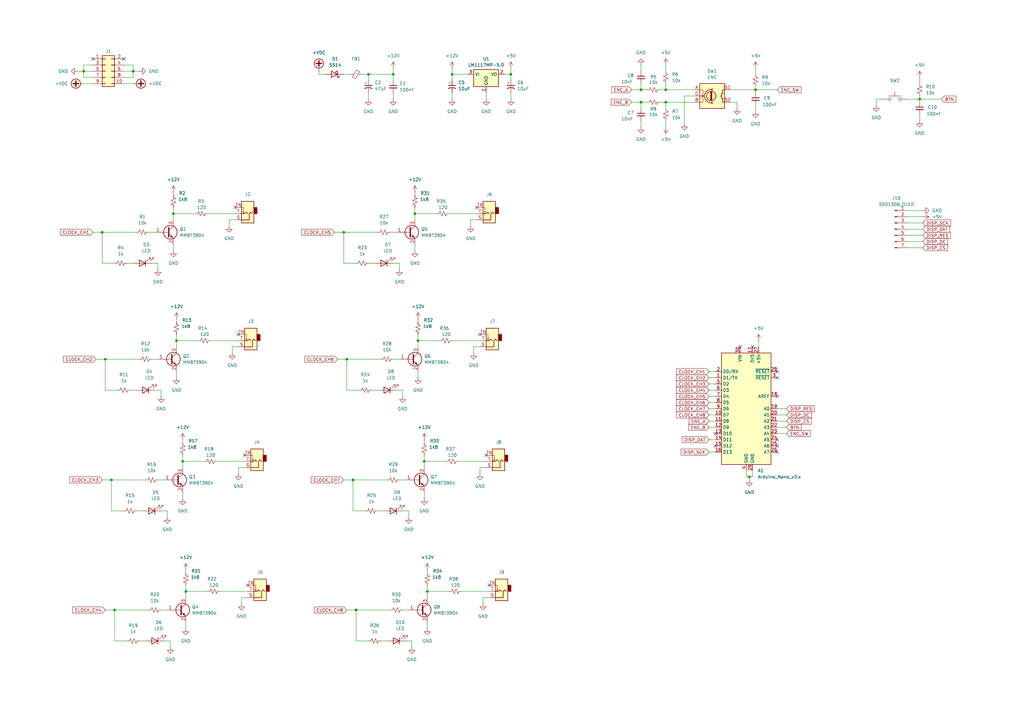
<source format=kicad_sch>
(kicad_sch (version 20250114) (generator "eeschema") (generator_version "9.0")
  (paper "A3")
  (junction (at 175.26 242.57))
  (junction (at 151.13 30.48))
  (junction (at 185.42 30.48))
  (junction (at 273.05 41.91))
  (junction (at 72.39 139.7))
  (junction (at 171.45 139.7))
  (junction (at 54.61 29.21))
  (junction (at 46.99 250.19))
  (junction (at 144.78 196.85))
  (junction (at 146.05 250.19))
  (junction (at 45.72 196.85))
  (junction (at 43.18 147.32))
  (junction (at 262.89 41.91))
  (junction (at 71.12 87.63))
  (junction (at 161.29 30.48))
  (junction (at 262.89 36.83))
  (junction (at 142.24 147.32))
  (junction (at 209.55 30.48))
  (junction (at 170.18 87.63))
  (junction (at 173.99 189.23))
  (junction (at 76.2 242.57))
  (junction (at 377.19 40.64))
  (junction (at 74.93 189.23))
  (junction (at 273.05 36.83))
  (junction (at 41.91 95.25))
  (junction (at 307.34 195.58))
  (junction (at 309.88 36.83))
  (junction (at 140.97 95.25))
  (junction (at 34.29 29.21))
  (no_connect (at 50.8 24.13))
  (no_connect (at 293.37 177.8))
  (no_connect (at 100.33 186.69))
  (no_connect (at 196.85 137.16))
  (no_connect (at 96.52 85.09))
  (no_connect (at 318.77 180.34))
  (no_connect (at 293.37 182.88))
  (no_connect (at 308.61 142.24))
  (no_connect (at 195.58 85.09))
  (no_connect (at 318.77 162.56))
  (no_connect (at 199.39 186.69))
  (no_connect (at 101.6 240.03))
  (no_connect (at 318.77 185.42))
  (no_connect (at 303.53 142.24))
  (no_connect (at 38.1 24.13))
  (no_connect (at 97.79 137.16))
  (no_connect (at 318.77 152.4))
  (no_connect (at 200.66 240.03))
  (no_connect (at 318.77 182.88))
  (no_connect (at 318.77 154.94))
  (wire (pts (xy 54.61 29.21) (xy 57.15 29.21)))
  (wire (pts (xy 161.29 147.32) (xy 163.83 147.32)))
  (wire (pts (xy 280.67 39.37) (xy 280.67 50.8)))
  (wire (pts (xy 170.18 85.09) (xy 170.18 87.63)))
  (wire (pts (xy 74.93 180.34) (xy 74.93 181.61)))
  (wire (pts (xy 185.42 27.94) (xy 185.42 30.48)))
  (wire (pts (xy 55.88 209.55) (xy 58.42 209.55)))
  (wire (pts (xy 76.2 255.27) (xy 76.2 257.81)))
  (wire (pts (xy 377.19 31.75) (xy 377.19 34.29)))
  (wire (pts (xy 165.1 250.19) (xy 167.64 250.19)))
  (wire (pts (xy 372.11 99.06) (xy 378.46 99.06)))
  (wire (pts (xy 184.15 87.63) (xy 195.58 87.63)))
  (wire (pts (xy 48.26 160.02) (xy 43.18 160.02)))
  (wire (pts (xy 359.41 40.64) (xy 359.41 43.18)))
  (wire (pts (xy 46.99 107.95) (xy 41.91 107.95)))
  (wire (pts (xy 209.55 38.1) (xy 209.55 40.64)))
  (wire (pts (xy 39.37 147.32) (xy 43.18 147.32)))
  (wire (pts (xy 170.18 100.33) (xy 170.18 102.87)))
  (wire (pts (xy 163.83 196.85) (xy 166.37 196.85)))
  (wire (pts (xy 259.08 36.83) (xy 262.89 36.83)))
  (wire (pts (xy 209.55 27.94) (xy 209.55 30.48)))
  (wire (pts (xy 50.8 29.21) (xy 54.61 29.21)))
  (wire (pts (xy 185.42 30.48) (xy 191.77 30.48)))
  (wire (pts (xy 100.33 191.77) (xy 97.79 191.77)))
  (wire (pts (xy 72.39 139.7) (xy 81.28 139.7)))
  (wire (pts (xy 290.83 180.34) (xy 293.37 180.34)))
  (wire (pts (xy 54.61 29.21) (xy 54.61 31.75)))
  (wire (pts (xy 71.12 85.09) (xy 71.12 87.63)))
  (wire (pts (xy 273.05 41.91) (xy 273.05 44.45)))
  (wire (pts (xy 270.51 36.83) (xy 273.05 36.83)))
  (wire (pts (xy 151.13 107.95) (xy 153.67 107.95)))
  (wire (pts (xy 161.29 107.95) (xy 163.83 107.95)))
  (wire (pts (xy 309.88 43.18) (xy 309.88 45.72)))
  (wire (pts (xy 290.83 162.56) (xy 293.37 162.56)))
  (wire (pts (xy 199.39 191.77) (xy 196.85 191.77)))
  (wire (pts (xy 43.18 250.19) (xy 46.99 250.19)))
  (wire (pts (xy 200.66 245.11) (xy 198.12 245.11)))
  (wire (pts (xy 170.18 78.74) (xy 170.18 80.01)))
  (wire (pts (xy 162.56 160.02) (xy 165.1 160.02)))
  (wire (pts (xy 165.1 160.02) (xy 165.1 162.56)))
  (wire (pts (xy 161.29 30.48) (xy 161.29 33.02)))
  (wire (pts (xy 306.07 195.58) (xy 307.34 195.58)))
  (wire (pts (xy 151.13 30.48) (xy 151.13 33.02)))
  (wire (pts (xy 322.58 170.18) (xy 318.77 170.18)))
  (wire (pts (xy 156.21 262.89) (xy 158.75 262.89)))
  (wire (pts (xy 140.97 107.95) (xy 140.97 95.25)))
  (wire (pts (xy 97.79 191.77) (xy 97.79 194.31)))
  (wire (pts (xy 171.45 137.16) (xy 171.45 139.7)))
  (wire (pts (xy 142.24 250.19) (xy 146.05 250.19)))
  (wire (pts (xy 161.29 38.1) (xy 161.29 40.64)))
  (wire (pts (xy 377.19 39.37) (xy 377.19 40.64)))
  (wire (pts (xy 96.52 90.17) (xy 93.98 90.17)))
  (wire (pts (xy 43.18 160.02) (xy 43.18 147.32)))
  (wire (pts (xy 299.72 36.83) (xy 309.88 36.83)))
  (wire (pts (xy 198.12 245.11) (xy 198.12 247.65)))
  (wire (pts (xy 31.75 29.21) (xy 34.29 29.21)))
  (wire (pts (xy 148.59 30.48) (xy 151.13 30.48)))
  (wire (pts (xy 142.24 147.32) (xy 156.21 147.32)))
  (wire (pts (xy 322.58 177.8) (xy 318.77 177.8)))
  (wire (pts (xy 185.42 139.7) (xy 196.85 139.7)))
  (wire (pts (xy 90.17 242.57) (xy 101.6 242.57)))
  (wire (pts (xy 66.04 209.55) (xy 68.58 209.55)))
  (wire (pts (xy 76.2 240.03) (xy 76.2 242.57)))
  (wire (pts (xy 34.29 34.29) (xy 38.1 34.29)))
  (wire (pts (xy 146.05 250.19) (xy 160.02 250.19)))
  (wire (pts (xy 93.98 90.17) (xy 93.98 92.71)))
  (wire (pts (xy 372.11 91.44) (xy 378.46 91.44)))
  (wire (pts (xy 72.39 137.16) (xy 72.39 139.7)))
  (wire (pts (xy 175.26 233.68) (xy 175.26 234.95)))
  (wire (pts (xy 165.1 209.55) (xy 167.64 209.55)))
  (wire (pts (xy 69.85 262.89) (xy 69.85 265.43)))
  (wire (pts (xy 34.29 31.75) (xy 38.1 31.75)))
  (wire (pts (xy 67.31 262.89) (xy 69.85 262.89)))
  (wire (pts (xy 199.39 38.1) (xy 199.39 40.64)))
  (wire (pts (xy 88.9 189.23) (xy 100.33 189.23)))
  (wire (pts (xy 144.78 209.55) (xy 144.78 196.85)))
  (wire (pts (xy 290.83 154.94) (xy 293.37 154.94)))
  (wire (pts (xy 372.11 86.36) (xy 378.46 86.36)))
  (wire (pts (xy 168.91 262.89) (xy 168.91 265.43)))
  (wire (pts (xy 273.05 36.83) (xy 284.48 36.83)))
  (wire (pts (xy 167.64 209.55) (xy 167.64 212.09)))
  (wire (pts (xy 372.11 93.98) (xy 378.46 93.98)))
  (wire (pts (xy 95.25 142.24) (xy 95.25 144.78)))
  (wire (pts (xy 144.78 196.85) (xy 158.75 196.85)))
  (wire (pts (xy 185.42 38.1) (xy 185.42 40.64)))
  (wire (pts (xy 76.2 242.57) (xy 76.2 245.11)))
  (wire (pts (xy 130.81 30.48) (xy 133.35 30.48)))
  (wire (pts (xy 74.93 201.93) (xy 74.93 204.47)))
  (wire (pts (xy 161.29 27.94) (xy 161.29 30.48)))
  (wire (pts (xy 175.26 242.57) (xy 184.15 242.57)))
  (wire (pts (xy 170.18 87.63) (xy 179.07 87.63)))
  (wire (pts (xy 302.26 41.91) (xy 302.26 44.45)))
  (wire (pts (xy 308.61 193.04) (xy 308.61 195.58)))
  (wire (pts (xy 259.08 41.91) (xy 262.89 41.91)))
  (wire (pts (xy 290.83 170.18) (xy 293.37 170.18)))
  (wire (pts (xy 152.4 160.02) (xy 154.94 160.02)))
  (wire (pts (xy 151.13 38.1) (xy 151.13 40.64)))
  (wire (pts (xy 309.88 36.83) (xy 309.88 38.1)))
  (wire (pts (xy 76.2 242.57) (xy 85.09 242.57)))
  (wire (pts (xy 140.97 30.48) (xy 143.51 30.48)))
  (wire (pts (xy 72.39 152.4) (xy 72.39 154.94)))
  (wire (pts (xy 209.55 30.48) (xy 209.55 33.02)))
  (wire (pts (xy 137.16 95.25) (xy 140.97 95.25)))
  (wire (pts (xy 101.6 245.11) (xy 99.06 245.11)))
  (wire (pts (xy 151.13 30.48) (xy 161.29 30.48)))
  (wire (pts (xy 372.11 88.9) (xy 378.46 88.9)))
  (wire (pts (xy 290.83 185.42) (xy 293.37 185.42)))
  (wire (pts (xy 166.37 262.89) (xy 168.91 262.89)))
  (wire (pts (xy 311.15 139.7) (xy 311.15 142.24)))
  (wire (pts (xy 196.85 191.77) (xy 196.85 194.31)))
  (wire (pts (xy 57.15 262.89) (xy 59.69 262.89)))
  (wire (pts (xy 377.19 40.64) (xy 377.19 41.91)))
  (wire (pts (xy 76.2 233.68) (xy 76.2 234.95)))
  (wire (pts (xy 207.01 30.48) (xy 209.55 30.48)))
  (wire (pts (xy 154.94 209.55) (xy 157.48 209.55)))
  (wire (pts (xy 147.32 160.02) (xy 142.24 160.02)))
  (wire (pts (xy 290.83 175.26) (xy 293.37 175.26)))
  (wire (pts (xy 50.8 26.67) (xy 54.61 26.67)))
  (wire (pts (xy 160.02 95.25) (xy 162.56 95.25)))
  (wire (pts (xy 273.05 49.53) (xy 273.05 52.07)))
  (wire (pts (xy 50.8 34.29) (xy 54.61 34.29)))
  (wire (pts (xy 45.72 209.55) (xy 45.72 196.85)))
  (wire (pts (xy 262.89 34.29) (xy 262.89 36.83)))
  (wire (pts (xy 68.58 209.55) (xy 68.58 212.09)))
  (wire (pts (xy 273.05 41.91) (xy 284.48 41.91)))
  (wire (pts (xy 299.72 41.91) (xy 302.26 41.91)))
  (wire (pts (xy 284.48 39.37) (xy 280.67 39.37)))
  (wire (pts (xy 377.19 46.99) (xy 377.19 49.53)))
  (wire (pts (xy 66.04 160.02) (xy 66.04 162.56)))
  (wire (pts (xy 262.89 36.83) (xy 265.43 36.83)))
  (wire (pts (xy 41.91 107.95) (xy 41.91 95.25)))
  (wire (pts (xy 46.99 250.19) (xy 60.96 250.19)))
  (wire (pts (xy 290.83 152.4) (xy 293.37 152.4)))
  (wire (pts (xy 270.51 41.91) (xy 273.05 41.91)))
  (wire (pts (xy 265.43 41.91) (xy 262.89 41.91)))
  (wire (pts (xy 309.88 36.83) (xy 318.77 36.83)))
  (wire (pts (xy 142.24 160.02) (xy 142.24 147.32)))
  (wire (pts (xy 130.81 29.21) (xy 130.81 30.48)))
  (wire (pts (xy 34.29 26.67) (xy 34.29 29.21)))
  (wire (pts (xy 309.88 35.56) (xy 309.88 36.83)))
  (wire (pts (xy 262.89 26.67) (xy 262.89 29.21)))
  (wire (pts (xy 173.99 201.93) (xy 173.99 204.47)))
  (wire (pts (xy 171.45 139.7) (xy 171.45 142.24)))
  (wire (pts (xy 74.93 186.69) (xy 74.93 189.23)))
  (wire (pts (xy 85.09 87.63) (xy 96.52 87.63)))
  (wire (pts (xy 34.29 29.21) (xy 34.29 31.75)))
  (wire (pts (xy 146.05 107.95) (xy 140.97 107.95)))
  (wire (pts (xy 149.86 209.55) (xy 144.78 209.55)))
  (wire (pts (xy 146.05 262.89) (xy 146.05 250.19)))
  (wire (pts (xy 171.45 130.81) (xy 171.45 132.08)))
  (wire (pts (xy 290.83 165.1) (xy 293.37 165.1)))
  (wire (pts (xy 151.13 262.89) (xy 146.05 262.89)))
  (wire (pts (xy 193.04 90.17) (xy 193.04 92.71)))
  (wire (pts (xy 307.34 196.85) (xy 307.34 195.58)))
  (wire (pts (xy 41.91 196.85) (xy 45.72 196.85)))
  (wire (pts (xy 196.85 142.24) (xy 194.31 142.24)))
  (wire (pts (xy 97.79 142.24) (xy 95.25 142.24)))
  (wire (pts (xy 372.11 40.64) (xy 377.19 40.64)))
  (wire (pts (xy 309.88 27.94) (xy 309.88 30.48)))
  (wire (pts (xy 63.5 160.02) (xy 66.04 160.02)))
  (wire (pts (xy 175.26 255.27) (xy 175.26 257.81)))
  (wire (pts (xy 187.96 189.23) (xy 199.39 189.23)))
  (wire (pts (xy 41.91 95.25) (xy 55.88 95.25)))
  (wire (pts (xy 43.18 147.32) (xy 57.15 147.32)))
  (wire (pts (xy 52.07 262.89) (xy 46.99 262.89)))
  (wire (pts (xy 189.23 242.57) (xy 200.66 242.57)))
  (wire (pts (xy 290.83 160.02) (xy 293.37 160.02)))
  (wire (pts (xy 173.99 189.23) (xy 173.99 191.77)))
  (wire (pts (xy 290.83 167.64) (xy 293.37 167.64)))
  (wire (pts (xy 60.96 95.25) (xy 63.5 95.25)))
  (wire (pts (xy 140.97 196.85) (xy 144.78 196.85)))
  (wire (pts (xy 194.31 142.24) (xy 194.31 144.78)))
  (wire (pts (xy 308.61 195.58) (xy 307.34 195.58)))
  (wire (pts (xy 71.12 78.74) (xy 71.12 80.01)))
  (wire (pts (xy 273.05 34.29) (xy 273.05 36.83)))
  (wire (pts (xy 322.58 175.26) (xy 318.77 175.26)))
  (wire (pts (xy 64.77 196.85) (xy 67.31 196.85)))
  (wire (pts (xy 175.26 242.57) (xy 175.26 245.11)))
  (wire (pts (xy 38.1 26.67) (xy 34.29 26.67)))
  (wire (pts (xy 71.12 87.63) (xy 80.01 87.63)))
  (wire (pts (xy 262.89 41.91) (xy 262.89 44.45)))
  (wire (pts (xy 53.34 160.02) (xy 55.88 160.02)))
  (wire (pts (xy 163.83 107.95) (xy 163.83 110.49)))
  (wire (pts (xy 99.06 245.11) (xy 99.06 247.65)))
  (wire (pts (xy 64.77 107.95) (xy 64.77 110.49)))
  (wire (pts (xy 171.45 152.4) (xy 171.45 154.94)))
  (wire (pts (xy 322.58 172.72) (xy 318.77 172.72)))
  (wire (pts (xy 71.12 87.63) (xy 71.12 90.17)))
  (wire (pts (xy 171.45 139.7) (xy 180.34 139.7)))
  (wire (pts (xy 66.04 250.19) (xy 68.58 250.19)))
  (wire (pts (xy 72.39 139.7) (xy 72.39 142.24)))
  (wire (pts (xy 273.05 26.67) (xy 273.05 29.21)))
  (wire (pts (xy 185.42 33.02) (xy 185.42 30.48)))
  (wire (pts (xy 72.39 130.81) (xy 72.39 132.08)))
  (wire (pts (xy 45.72 196.85) (xy 59.69 196.85)))
  (wire (pts (xy 140.97 95.25) (xy 154.94 95.25)))
  (wire (pts (xy 50.8 31.75) (xy 54.61 31.75)))
  (wire (pts (xy 46.99 262.89) (xy 46.99 250.19)))
  (wire (pts (xy 372.11 101.6) (xy 378.46 101.6)))
  (wire (pts (xy 290.83 157.48) (xy 293.37 157.48)))
  (wire (pts (xy 74.93 189.23) (xy 83.82 189.23)))
  (wire (pts (xy 62.23 147.32) (xy 64.77 147.32)))
  (wire (pts (xy 52.07 107.95) (xy 54.61 107.95)))
  (wire (pts (xy 195.58 90.17) (xy 193.04 90.17)))
  (wire (pts (xy 74.93 189.23) (xy 74.93 191.77)))
  (wire (pts (xy 262.89 49.53) (xy 262.89 52.07)))
  (wire (pts (xy 34.29 29.21) (xy 38.1 29.21)))
  (wire (pts (xy 50.8 209.55) (xy 45.72 209.55)))
  (wire (pts (xy 138.43 147.32) (xy 142.24 147.32)))
  (wire (pts (xy 173.99 186.69) (xy 173.99 189.23)))
  (wire (pts (xy 71.12 100.33) (xy 71.12 102.87)))
  (wire (pts (xy 54.61 26.67) (xy 54.61 29.21)))
  (wire (pts (xy 173.99 189.23) (xy 182.88 189.23)))
  (wire (pts (xy 173.99 180.34) (xy 173.99 181.61)))
  (wire (pts (xy 322.58 167.64) (xy 318.77 167.64)))
  (wire (pts (xy 62.23 107.95) (xy 64.77 107.95)))
  (wire (pts (xy 290.83 172.72) (xy 293.37 172.72)))
  (wire (pts (xy 38.1 95.25) (xy 41.91 95.25)))
  (wire (pts (xy 86.36 139.7) (xy 97.79 139.7)))
  (wire (pts (xy 306.07 193.04) (xy 306.07 195.58)))
  (wire (pts (xy 377.19 40.64) (xy 386.08 40.64)))
  (wire (pts (xy 372.11 96.52) (xy 378.46 96.52)))
  (wire (pts (xy 170.18 87.63) (xy 170.18 90.17)))
  (wire (pts (xy 361.95 40.64) (xy 359.41 40.64)))
  (wire (pts (xy 175.26 240.03) (xy 175.26 242.57)))
  (global_label "CLOCK_CH2" (shape input) (at 290.83 154.94 180) (property "Intersheetrefs" "${INTERSHEET_REFS}" (effects (hide yes))))
  (global_label "CLOCK_CH1" (shape input) (at 38.1 95.25 180) (property "Intersheetrefs" "${INTERSHEET_REFS}" (effects (hide yes))))
  (global_label "DISP_DAT" (shape input) (at 378.46 93.98 0) (property "Intersheetrefs" "${INTERSHEET_REFS}" (effects (hide yes))))
  (global_label "CLOCK_CH5" (shape input) (at 290.83 162.56 180) (property "Intersheetrefs" "${INTERSHEET_REFS}" (effects (hide yes))))
  (global_label "DISP_CS" (shape input) (at 322.58 172.72 0) (property "Intersheetrefs" "${INTERSHEET_REFS}" (effects (hide yes))))
  (global_label "CLOCK_CH7" (shape input) (at 140.97 196.85 180) (property "Intersheetrefs" "${INTERSHEET_REFS}" (effects (hide yes))))
  (global_label "CLOCK_CH6" (shape input) (at 290.83 165.1 180) (property "Intersheetrefs" "${INTERSHEET_REFS}" (effects (hide yes))))
  (global_label "CLOCK_CH4" (shape input) (at 290.83 160.02 180) (property "Intersheetrefs" "${INTERSHEET_REFS}" (effects (hide yes))))
  (global_label "ENC_SW" (shape input) (at 322.58 177.8 0) (property "Intersheetrefs" "${INTERSHEET_REFS}" (effects (hide yes))))
  (global_label "CLOCK_CH4" (shape input) (at 43.18 250.19 180) (property "Intersheetrefs" "${INTERSHEET_REFS}" (effects (hide yes))))
  (global_label "DISP_DC" (shape input) (at 378.46 99.06 0) (property "Intersheetrefs" "${INTERSHEET_REFS}" (effects (hide yes))))
  (global_label "ENC_B" (shape input) (at 290.83 175.26 180) (property "Intersheetrefs" "${INTERSHEET_REFS}" (effects (hide yes))))
  (global_label "CLOCK_CH7" (shape input) (at 290.83 167.64 180) (property "Intersheetrefs" "${INTERSHEET_REFS}" (effects (hide yes))))
  (global_label "DISP_RES" (shape input) (at 378.46 96.52 0) (property "Intersheetrefs" "${INTERSHEET_REFS}" (effects (hide yes))))
  (global_label "CLOCK_CH1" (shape input) (at 290.83 152.4 180) (property "Intersheetrefs" "${INTERSHEET_REFS}" (effects (hide yes))))
  (global_label "DISP_CS" (shape input) (at 378.46 101.6 0) (property "Intersheetrefs" "${INTERSHEET_REFS}" (effects (hide yes))))
  (global_label "DISP_SCK" (shape input) (at 378.46 91.44 0) (property "Intersheetrefs" "${INTERSHEET_REFS}" (effects (hide yes))))
  (global_label "ENC_A" (shape input) (at 290.83 172.72 180) (property "Intersheetrefs" "${INTERSHEET_REFS}" (effects (hide yes))))
  (global_label "DISP_RES" (shape input) (at 322.58 167.64 0) (property "Intersheetrefs" "${INTERSHEET_REFS}" (effects (hide yes))))
  (global_label "CLOCK_CH3" (shape input) (at 290.83 157.48 180) (property "Intersheetrefs" "${INTERSHEET_REFS}" (effects (hide yes))))
  (global_label "ENC_SW" (shape input) (at 318.77 36.83 0) (property "Intersheetrefs" "${INTERSHEET_REFS}" (effects (hide yes))))
  (global_label "ENC_A" (shape input) (at 259.08 36.83 180) (property "Intersheetrefs" "${INTERSHEET_REFS}" (effects (hide yes))))
  (global_label "CLOCK_CH6" (shape input) (at 138.43 147.32 180) (property "Intersheetrefs" "${INTERSHEET_REFS}" (effects (hide yes))))
  (global_label "CLOCK_CH8" (shape input) (at 290.83 170.18 180) (property "Intersheetrefs" "${INTERSHEET_REFS}" (effects (hide yes))))
  (global_label "DISP_DC" (shape input) (at 322.58 170.18 0) (property "Intersheetrefs" "${INTERSHEET_REFS}" (effects (hide yes))))
  (global_label "DISP_DAT" (shape input) (at 290.83 180.34 180) (property "Intersheetrefs" "${INTERSHEET_REFS}" (effects (hide yes))))
  (global_label "CLOCK_CH5" (shape input) (at 137.16 95.25 180) (property "Intersheetrefs" "${INTERSHEET_REFS}" (effects (hide yes))))
  (global_label "ENC_B" (shape input) (at 259.08 41.91 180) (property "Intersheetrefs" "${INTERSHEET_REFS}" (effects (hide yes))))
  (global_label "CLOCK_CH3" (shape input) (at 41.91 196.85 180) (property "Intersheetrefs" "${INTERSHEET_REFS}" (effects (hide yes))))
  (global_label "BTN" (shape input) (at 386.08 40.64 0) (property "Intersheetrefs" "${INTERSHEET_REFS}" (effects (hide yes))))
  (global_label "CLOCK_CH2" (shape input) (at 39.37 147.32 180) (property "Intersheetrefs" "${INTERSHEET_REFS}" (effects (hide yes))))
  (global_label "DISP_SCK" (shape input) (at 290.83 185.42 180) (property "Intersheetrefs" "${INTERSHEET_REFS}" (effects (hide yes))))
  (global_label "CLOCK_CH8" (shape input) (at 142.24 250.19 180) (property "Intersheetrefs" "${INTERSHEET_REFS}" (effects (hide yes))))
  (global_label "BTN" (shape input) (at 322.58 175.26 0) (property "Intersheetrefs" "${INTERSHEET_REFS}" (effects (hide yes))))
  (symbol (lib_id "Device:R_Small_US") (at 175.26 237.49 180) (unit 1)
    (property "Reference" "R34" (at 177.546 234.188 0) (effects (justify right)))
    (property "Value" "1k8" (at 177.292 236.728 0) (effects (justify right)))
    (property "Footprint" "Resistor_SMD:R_0603_1608Metric_Pad0.98x0.95mm_HandSolder" (effects (hide yes)))
    (property "Description" "Resistor, small US symbol" (effects (hide yes)))
  )
  (symbol (lib_id "Device:R_Small_US") (at 377.19 36.83 180) (unit 1)
    (property "Reference" "R10" (at 379.73 35.5599 0) (effects (justify right)))
    (property "Value" "10k" (at 379.73 38.0999 0) (effects (justify right)))
    (property "Footprint" "Resistor_SMD:R_0603_1608Metric_Pad0.98x0.95mm_HandSolder" (effects (hide yes)))
    (property "Description" "Resistor, small US symbol" (effects (hide yes)))
  )
  (symbol (lib_id "Connector_Audio:AudioJack2_SwitchT") (at 200.66 87.63 180) (unit 1)
    (property "Reference" "J6" (at 200.66 79.756 0))
    (property "Value" "AudioJack2_SwitchT" (effects (hide yes)))
    (property "Footprint" "Connector_Audio:Jack_3.5mm_QingPu_WQP-PJ398SM_Vertical_CircularHoles" (effects (hide yes)))
    (property "Description" "Audio Jack, 2 Poles (Mono / TS), Switched T Pole (Normalling)" (effects (hide yes)))
  )
  (symbol (lib_id "power:GND") (at 280.67 50.8 0) (unit 1)
    (property "Reference" "#PWR026" (effects (hide yes)))
    (property "Value" "GND" (at 280.67 55.88 0))
    (property "Description" "Power symbol creates a global label with name \"GND\" , ground" (effects (hide yes)))
  )
  (symbol (lib_id "power:GND") (at 93.98 92.71 0) (unit 1)
    (property "Reference" "#PWR022" (effects (hide yes)))
    (property "Value" "GND" (at 93.98 97.79 0))
    (property "Description" "Power symbol creates a global label with name \"GND\" , ground" (effects (hide yes)))
  )
  (symbol (lib_id "power:GND") (at 76.2 257.81 0) (unit 1)
    (property "Reference" "#PWR045" (effects (hide yes)))
    (property "Value" "GND" (at 76.2 262.89 0))
    (property "Description" "Power symbol creates a global label with name \"GND\" , ground" (effects (hide yes)))
  )
  (symbol (lib_id "power:+12V") (at 71.12 78.74 0) (unit 1)
    (property "Reference" "#PWR021" (effects (hide yes)))
    (property "Value" "+12V" (at 71.12 73.66 0))
    (property "Description" "Power symbol creates a global label with name \"+12V\"" (effects (hide yes)))
  )
  (symbol (lib_id "Device:R_Small_US") (at 158.75 147.32 90) (unit 1)
    (property "Reference" "R28" (at 158.75 140.97 90))
    (property "Value" "10k" (at 158.75 143.51 90))
    (property "Footprint" "Resistor_SMD:R_0603_1608Metric_Pad0.98x0.95mm_HandSolder" (effects (hide yes)))
    (property "Description" "Resistor, small US symbol" (effects (hide yes)))
  )
  (symbol (lib_id "power:GND") (at 173.99 204.47 0) (unit 1)
    (property "Reference" "#PWR056" (effects (hide yes)))
    (property "Value" "GND" (at 173.99 209.55 0))
    (property "Description" "Power symbol creates a global label with name \"GND\" , ground" (effects (hide yes)))
  )
  (symbol (lib_id "Device:R_Small_US") (at 267.97 36.83 90) (unit 1)
    (property "Reference" "R5" (at 267.97 31.496 90))
    (property "Value" "10k" (at 267.97 33.782 90))
    (property "Footprint" "Resistor_SMD:R_0603_1608Metric_Pad0.98x0.95mm_HandSolder" (effects (hide yes)))
    (property "Description" "Resistor, small US symbol" (effects (hide yes)))
  )
  (symbol (lib_id "power:GND") (at 74.93 204.47 0) (unit 1)
    (property "Reference" "#PWR041" (effects (hide yes)))
    (property "Value" "GND" (at 74.93 209.55 0))
    (property "Description" "Power symbol creates a global label with name \"GND\" , ground" (effects (hide yes)))
  )
  (symbol (lib_id "Device:R_Small_US") (at 72.39 134.62 180) (unit 1)
    (property "Reference" "R13" (at 74.676 131.318 0) (effects (justify right)))
    (property "Value" "1k8" (at 74.422 133.858 0) (effects (justify right)))
    (property "Footprint" "Resistor_SMD:R_0603_1608Metric_Pad0.98x0.95mm_HandSolder" (effects (hide yes)))
    (property "Description" "Resistor, small US symbol" (effects (hide yes)))
  )
  (symbol (lib_id "Device:R_Small_US") (at 171.45 134.62 180) (unit 1)
    (property "Reference" "R32" (at 173.736 131.318 0) (effects (justify right)))
    (property "Value" "1k8" (at 173.482 133.858 0) (effects (justify right)))
    (property "Footprint" "Resistor_SMD:R_0603_1608Metric_Pad0.98x0.95mm_HandSolder" (effects (hide yes)))
    (property "Description" "Resistor, small US symbol" (effects (hide yes)))
  )
  (symbol (lib_id "power:GND") (at 66.04 162.56 0) (unit 1)
    (property "Reference" "#PWR035" (effects (hide yes)))
    (property "Value" "GND" (at 66.04 167.64 0))
    (property "Description" "Power symbol creates a global label with name \"GND\" , ground" (effects (hide yes)))
  )
  (symbol (lib_id "Device:R_Small_US") (at 182.88 139.7 270) (unit 1)
    (property "Reference" "R36" (at 184.15 134.62 90) (effects (justify right)))
    (property "Value" "120" (at 184.912 137.16 90) (effects (justify right)))
    (property "Footprint" "Resistor_SMD:R_0603_1608Metric_Pad0.98x0.95mm_HandSolder" (effects (hide yes)))
    (property "Description" "Resistor, small US symbol" (effects (hide yes)))
  )
  (symbol (lib_id "Device:R_Small_US") (at 157.48 95.25 90) (unit 1)
    (property "Reference" "R27" (at 157.48 88.9 90))
    (property "Value" "10k" (at 157.48 91.44 90))
    (property "Footprint" "Resistor_SMD:R_0603_1608Metric_Pad0.98x0.95mm_HandSolder" (effects (hide yes)))
    (property "Description" "Resistor, small US symbol" (effects (hide yes)))
  )
  (symbol (lib_id "power:GND") (at 163.83 110.49 0) (unit 1)
    (property "Reference" "#PWR047" (effects (hide yes)))
    (property "Value" "GND" (at 163.83 115.57 0))
    (property "Description" "Power symbol creates a global label with name \"GND\" , ground" (effects (hide yes)))
  )
  (symbol (lib_id "power:GND") (at 199.39 40.64 0) (unit 1)
    (property "Reference" "#PWR017" (effects (hide yes)))
    (property "Value" "GND" (at 199.39 45.72 0))
    (property "Description" "Power symbol creates a global label with name \"GND\" , ground" (effects (hide yes)))
  )
  (symbol (lib_id "power:+12V") (at 185.42 27.94 0) (unit 1)
    (property "Reference" "#PWR018" (effects (hide yes)))
    (property "Value" "+12V" (at 185.42 22.86 0))
    (property "Description" "Power symbol creates a global label with name \"+12V\"" (effects (hide yes)))
  )
  (symbol (lib_id "Connector_Audio:AudioJack2_SwitchT") (at 205.74 242.57 180) (unit 1)
    (property "Reference" "J9" (at 205.74 234.696 0))
    (property "Value" "AudioJack2_SwitchT" (effects (hide yes)))
    (property "Footprint" "Connector_Audio:Jack_3.5mm_QingPu_WQP-PJ398SM_Vertical_CircularHoles" (effects (hide yes)))
    (property "Description" "Audio Jack, 2 Poles (Mono / TS), Switched T Pole (Normalling)" (effects (hide yes)))
  )
  (symbol (lib_id "Device:LED") (at 162.56 262.89 180) (unit 1)
    (property "Reference" "D10" (at 164.1475 255.27 0))
    (property "Value" "LED" (at 164.1475 257.81 0))
    (property "Footprint" "LED_THT:LED_D3.0mm" (effects (hide yes)))
    (property "Description" "Light emitting diode" (effects (hide yes)))
    (property "Sim.Pins" "1=K 2=A" (effects (hide yes)))
  )
  (symbol (lib_id "Device:C_Small") (at 262.89 46.99 0) (unit 1)
    (property "Reference" "C7" (at 257.302 46.228 0) (effects (justify left)))
    (property "Value" "10nF" (at 254.762 48.768 0) (effects (justify left)))
    (property "Footprint" "Capacitor_SMD:C_0603_1608Metric_Pad1.08x0.95mm_HandSolder" (effects (hide yes)))
    (property "Description" "Unpolarized capacitor, small symbol" (effects (hide yes)))
  )
  (symbol (lib_id "Device:R_Small_US") (at 309.88 33.02 180) (unit 1)
    (property "Reference" "R9" (at 312.42 31.7499 0) (effects (justify right)))
    (property "Value" "10k" (at 312.42 34.2899 0) (effects (justify right)))
    (property "Footprint" "Resistor_SMD:R_0603_1608Metric_Pad0.98x0.95mm_HandSolder" (effects (hide yes)))
    (property "Description" "Resistor, small US symbol" (effects (hide yes)))
  )
  (symbol (lib_id "power:+12V") (at 74.93 180.34 0) (unit 1)
    (property "Reference" "#PWR040" (effects (hide yes)))
    (property "Value" "+12V" (at 74.93 175.26 0))
    (property "Description" "Power symbol creates a global label with name \"+12V\"" (effects (hide yes)))
  )
  (symbol (lib_id "Transistor_BJT:MMBT3904") (at 68.58 95.25 0) (unit 1)
    (property "Reference" "Q1" (at 73.66 93.9799 0) (effects (justify left)))
    (property "Value" "MMBT3904" (at 73.66 96.5199 0) (effects (justify left)))
    (property "Footprint" "Package_TO_SOT_SMD:SOT-23_Handsoldering" (effects (hide yes)))
    (property "Datasheet" "https://www.onsemi.com/pdf/datasheet/pzt3904-d.pdf" (effects (hide yes)))
    (property "Description" "0.2A Ic, 40V Vce, Small Signal NPN Transistor, SOT-23" (effects (hide yes)))
  )
  (symbol (lib_id "Diode:SS14") (at 137.16 30.48 180) (unit 1)
    (property "Reference" "D1" (at 137.4775 24.13 0))
    (property "Value" "SS14" (at 137.4775 26.67 0))
    (property "Footprint" "Diode_SMD:D_SMA_Handsoldering" (effects (hide yes)))
    (property "Datasheet" "https://www.vishay.com/docs/88746/ss12.pdf" (effects (hide yes)))
    (property "Description" "40V 1A Schottky Diode, SMA" (effects (hide yes)))
  )
  (symbol (lib_id "Device:R_Small_US") (at 50.8 160.02 90) (unit 1)
    (property "Reference" "R11" (at 50.8 153.67 90))
    (property "Value" "1k" (at 50.8 156.21 90))
    (property "Footprint" "Resistor_SMD:R_0603_1608Metric_Pad0.98x0.95mm_HandSolder" (effects (hide yes)))
    (property "Description" "Resistor, small US symbol" (effects (hide yes)))
  )
  (symbol (lib_id "Device:R_Small_US") (at 267.97 41.91 270) (unit 1)
    (property "Reference" "R8" (at 267.97 44.704 90))
    (property "Value" "10k" (at 267.97 46.99 90))
    (property "Footprint" "Resistor_SMD:R_0603_1608Metric_Pad0.98x0.95mm_HandSolder" (effects (hide yes)))
    (property "Description" "Resistor, small US symbol" (effects (hide yes)))
  )
  (symbol (lib_id "power:+5V") (at 378.46 88.9 270) (unit 1)
    (property "Reference" "#PWR064" (effects (hide yes)))
    (property "Value" "+5V" (at 382.27 88.8999 90) (effects (justify left)))
    (property "Description" "Power symbol creates a global label with name \"+5V\"" (effects (hide yes)))
  )
  (symbol (lib_id "power:+5V") (at 311.15 139.7 0) (unit 1)
    (property "Reference" "#PWR065" (effects (hide yes)))
    (property "Value" "+5V" (at 311.15 134.62 0))
    (property "Description" "Power symbol creates a global label with name \"+5V\"" (effects (hide yes)))
  )
  (symbol (lib_id "Transistor_BJT:MMBT3904") (at 168.91 147.32 0) (unit 1)
    (property "Reference" "Q6" (at 173.99 146.0499 0) (effects (justify left)))
    (property "Value" "MMBT3904" (at 173.99 148.5899 0) (effects (justify left)))
    (property "Footprint" "Package_TO_SOT_SMD:SOT-23_Handsoldering" (effects (hide yes)))
    (property "Datasheet" "https://www.onsemi.com/pdf/datasheet/pzt3904-d.pdf" (effects (hide yes)))
    (property "Description" "0.2A Ic, 40V Vce, Small Signal NPN Transistor, SOT-23" (effects (hide yes)))
  )
  (symbol (lib_id "Device:R_Small_US") (at 185.42 189.23 270) (unit 1)
    (property "Reference" "R37" (at 186.69 184.15 90) (effects (justify right)))
    (property "Value" "120" (at 187.452 186.69 90) (effects (justify right)))
    (property "Footprint" "Resistor_SMD:R_0603_1608Metric_Pad0.98x0.95mm_HandSolder" (effects (hide yes)))
    (property "Description" "Resistor, small US symbol" (effects (hide yes)))
  )
  (symbol (lib_id "power:+12V") (at 171.45 130.81 0) (unit 1)
    (property "Reference" "#PWR053" (effects (hide yes)))
    (property "Value" "+12V" (at 171.45 125.73 0))
    (property "Description" "Power symbol creates a global label with name \"+12V\"" (effects (hide yes)))
  )
  (symbol (lib_id "power:GND") (at 71.12 102.87 0) (unit 1)
    (property "Reference" "#PWR020" (effects (hide yes)))
    (property "Value" "GND" (at 71.12 107.95 0))
    (property "Description" "Power symbol creates a global label with name \"GND\" , ground" (effects (hide yes)))
  )
  (symbol (lib_id "Device:C_Polarized_Small_US") (at 209.55 35.56 0) (unit 1)
    (property "Reference" "C6" (at 212.09 33.8581 0) (effects (justify left)))
    (property "Value" "10uF" (at 212.09 36.3981 0) (effects (justify left)))
    (property "Footprint" "Capacitor_SMD:CP_Elec_5x5.4" (effects (hide yes)))
    (property "Description" "Polarized capacitor, small US symbol" (effects (hide yes)))
  )
  (symbol (lib_id "power:GND") (at 196.85 194.31 0) (unit 1)
    (property "Reference" "#PWR061" (effects (hide yes)))
    (property "Value" "GND" (at 196.85 199.39 0))
    (property "Description" "Power symbol creates a global label with name \"GND\" , ground" (effects (hide yes)))
  )
  (symbol (lib_id "power:+12V") (at 175.26 233.68 0) (unit 1)
    (property "Reference" "#PWR057" (effects (hide yes)))
    (property "Value" "+12V" (at 175.26 228.6 0))
    (property "Description" "Power symbol creates a global label with name \"+12V\"" (effects (hide yes)))
  )
  (symbol (lib_id "power:GND") (at 95.25 144.78 0) (unit 1)
    (property "Reference" "#PWR038" (effects (hide yes)))
    (property "Value" "GND" (at 95.25 149.86 0))
    (property "Description" "Power symbol creates a global label with name \"GND\" , ground" (effects (hide yes)))
  )
  (symbol (lib_id "power:GND") (at 262.89 26.67 180) (unit 1)
    (property "Reference" "#PWR028" (effects (hide yes)))
    (property "Value" "GND" (at 262.89 21.59 0))
    (property "Description" "Power symbol creates a global label with name \"GND\" , ground" (effects (hide yes)))
  )
  (symbol (lib_id "Device:R_Small_US") (at 273.05 46.99 180) (unit 1)
    (property "Reference" "R7" (at 275.59 45.7199 0) (effects (justify right)))
    (property "Value" "10k" (at 275.59 48.2599 0) (effects (justify right)))
    (property "Footprint" "Resistor_SMD:R_0603_1608Metric_Pad0.98x0.95mm_HandSolder" (effects (hide yes)))
    (property "Description" "Resistor, small US symbol" (effects (hide yes)))
  )
  (symbol (lib_id "power:GND") (at 165.1 162.56 0) (unit 1)
    (property "Reference" "#PWR048" (effects (hide yes)))
    (property "Value" "GND" (at 165.1 167.64 0))
    (property "Description" "Power symbol creates a global label with name \"GND\" , ground" (effects (hide yes)))
  )
  (symbol (lib_id "Device:R_Small_US") (at 59.69 147.32 90) (unit 1)
    (property "Reference" "R12" (at 59.69 140.97 90))
    (property "Value" "10k" (at 59.69 143.51 90))
    (property "Footprint" "Resistor_SMD:R_0603_1608Metric_Pad0.98x0.95mm_HandSolder" (effects (hide yes)))
    (property "Description" "Resistor, small US symbol" (effects (hide yes)))
  )
  (symbol (lib_id "Connector_Audio:AudioJack2_SwitchT") (at 204.47 189.23 180) (unit 1)
    (property "Reference" "J8" (at 204.47 181.356 0))
    (property "Value" "AudioJack2_SwitchT" (effects (hide yes)))
    (property "Footprint" "Connector_Audio:Jack_3.5mm_QingPu_WQP-PJ398SM_Vertical_CircularHoles" (effects (hide yes)))
    (property "Description" "Audio Jack, 2 Poles (Mono / TS), Switched T Pole (Normalling)" (effects (hide yes)))
  )
  (symbol (lib_id "power:GND") (at 209.55 40.64 0) (unit 1)
    (property "Reference" "#PWR016" (effects (hide yes)))
    (property "Value" "GND" (at 209.55 45.72 0))
    (property "Description" "Power symbol creates a global label with name \"GND\" , ground" (effects (hide yes)))
  )
  (symbol (lib_id "Device:C_Polarized_Small_US") (at 185.42 35.56 0) (unit 1)
    (property "Reference" "C5" (at 187.96 33.8581 0) (effects (justify left)))
    (property "Value" "10uF" (at 187.96 36.3981 0) (effects (justify left)))
    (property "Footprint" "Capacitor_SMD:CP_Elec_5x5.4" (effects (hide yes)))
    (property "Description" "Polarized capacitor, small US symbol" (effects (hide yes)))
  )
  (symbol (lib_id "power:GND") (at 185.42 40.64 0) (unit 1)
    (property "Reference" "#PWR014" (effects (hide yes)))
    (property "Value" "GND" (at 185.42 45.72 0))
    (property "Description" "Power symbol creates a global label with name \"GND\" , ground" (effects (hide yes)))
  )
  (symbol (lib_id "power:GND") (at 161.29 40.64 0) (unit 1)
    (property "Reference" "#PWR08" (effects (hide yes)))
    (property "Value" "GND" (at 161.29 45.72 0))
    (property "Description" "Power symbol creates a global label with name \"GND\" , ground" (effects (hide yes)))
  )
  (symbol (lib_id "Device:C_Small") (at 262.89 31.75 0) (unit 1)
    (property "Reference" "C8" (at 257.302 30.988 0) (effects (justify left)))
    (property "Value" "10nF" (at 254.762 33.528 0) (effects (justify left)))
    (property "Footprint" "Capacitor_SMD:C_0603_1608Metric_Pad1.08x0.95mm_HandSolder" (effects (hide yes)))
    (property "Description" "Unpolarized capacitor, small symbol" (effects (hide yes)))
  )
  (symbol (lib_id "power:+5V") (at 273.05 52.07 180) (unit 1)
    (property "Reference" "#PWR025" (effects (hide yes)))
    (property "Value" "+5V" (at 273.05 57.15 0))
    (property "Description" "Power symbol creates a global label with name \"+5V\"" (effects (hide yes)))
  )
  (symbol (lib_id "Transistor_BJT:MMBT3904") (at 73.66 250.19 0) (unit 1)
    (property "Reference" "Q4" (at 78.74 248.9199 0) (effects (justify left)))
    (property "Value" "MMBT3904" (at 78.74 251.4599 0) (effects (justify left)))
    (property "Footprint" "Package_TO_SOT_SMD:SOT-23_Handsoldering" (effects (hide yes)))
    (property "Datasheet" "https://www.onsemi.com/pdf/datasheet/pzt3904-d.pdf" (effects (hide yes)))
    (property "Description" "0.2A Ic, 40V Vce, Small Signal NPN Transistor, SOT-23" (effects (hide yes)))
  )
  (symbol (lib_id "Connector_Audio:AudioJack2_SwitchT") (at 105.41 189.23 180) (unit 1)
    (property "Reference" "J4" (at 105.41 181.356 0))
    (property "Value" "AudioJack2_SwitchT" (effects (hide yes)))
    (property "Footprint" "Connector_Audio:Jack_3.5mm_QingPu_WQP-PJ398SM_Vertical_CircularHoles" (effects (hide yes)))
    (property "Description" "Audio Jack, 2 Poles (Mono / TS), Switched T Pole (Normalling)" (effects (hide yes)))
  )
  (symbol (lib_id "Device:R_Small_US") (at 161.29 196.85 90) (unit 1)
    (property "Reference" "R29" (at 161.29 190.5 90))
    (property "Value" "10k" (at 161.29 193.04 90))
    (property "Footprint" "Resistor_SMD:R_0603_1608Metric_Pad0.98x0.95mm_HandSolder" (effects (hide yes)))
    (property "Description" "Resistor, small US symbol" (effects (hide yes)))
  )
  (symbol (lib_id "Transistor_BJT:MMBT3904") (at 69.85 147.32 0) (unit 1)
    (property "Reference" "Q2" (at 74.93 146.0499 0) (effects (justify left)))
    (property "Value" "MMBT3904" (at 74.93 148.5899 0) (effects (justify left)))
    (property "Footprint" "Package_TO_SOT_SMD:SOT-23_Handsoldering" (effects (hide yes)))
    (property "Datasheet" "https://www.onsemi.com/pdf/datasheet/pzt3904-d.pdf" (effects (hide yes)))
    (property "Description" "0.2A Ic, 40V Vce, Small Signal NPN Transistor, SOT-23" (effects (hide yes)))
  )
  (symbol (lib_id "power:GND") (at 307.34 196.85 0) (unit 1)
    (property "Reference" "#PWR066" (effects (hide yes)))
    (property "Value" "GND" (at 307.34 201.93 0))
    (property "Description" "Power symbol creates a global label with name \"GND\" , ground" (effects (hide yes)))
  )
  (symbol (lib_id "power:GND") (at 69.85 265.43 0) (unit 1)
    (property "Reference" "#PWR043" (effects (hide yes)))
    (property "Value" "GND" (at 69.85 270.51 0))
    (property "Description" "Power symbol creates a global label with name \"GND\" , ground" (effects (hide yes)))
  )
  (symbol (lib_id "Device:LED") (at 59.69 160.02 180) (unit 1)
    (property "Reference" "D4" (at 61.2775 152.4 0))
    (property "Value" "LED" (at 61.2775 154.94 0))
    (property "Footprint" "LED_THT:LED_D3.0mm" (effects (hide yes)))
    (property "Description" "Light emitting diode" (effects (hide yes)))
    (property "Sim.Pins" "1=K 2=A" (effects (hide yes)))
  )
  (symbol (lib_id "power:+12V") (at 72.39 130.81 0) (unit 1)
    (property "Reference" "#PWR036" (effects (hide yes)))
    (property "Value" "+12V" (at 72.39 125.73 0))
    (property "Description" "Power symbol creates a global label with name \"+12V\"" (effects (hide yes)))
  )
  (symbol (lib_id "MCU_Module:Arduino_Nano_v3.x") (at 306.07 167.64 0) (unit 1)
    (property "Reference" "A1" (at 310.7533 193.04 0) (effects (justify left)))
    (property "Value" "Arduino_Nano_v3.x" (at 310.7533 195.58 0) (effects (justify left)))
    (property "Footprint" "smg:Arduino_Nano" (effects (hide yes)))
    (property "Datasheet" "http://www.mouser.com/pdfdocs/Gravitech_Arduino_Nano3_0.pdf" (effects (hide yes)))
    (property "Description" "Arduino Nano v3.x" (effects (hide yes)))
  )
  (symbol (lib_id "Device:C_Small") (at 377.19 44.45 0) (unit 1)
    (property "Reference" "C10" (at 380.492 43.942 0) (effects (justify left)))
    (property "Value" "100nF" (at 379.984 46.736 0) (effects (justify left)))
    (property "Footprint" "Capacitor_SMD:C_0603_1608Metric_Pad1.08x0.95mm_HandSolder" (effects (hide yes)))
    (property "Description" "Unpolarized capacitor, small symbol" (effects (hide yes)))
  )
  (symbol (lib_id "Device:LED") (at 157.48 107.95 180) (unit 1)
    (property "Reference" "D7" (at 159.0675 100.33 0))
    (property "Value" "LED" (at 159.0675 102.87 0))
    (property "Footprint" "LED_THT:LED_D3.0mm" (effects (hide yes)))
    (property "Description" "Light emitting diode" (effects (hide yes)))
    (property "Sim.Pins" "1=K 2=A" (effects (hide yes)))
  )
  (symbol (lib_id "Device:R_Small_US") (at 273.05 31.75 180) (unit 1)
    (property "Reference" "R6" (at 275.59 30.4799 0) (effects (justify right)))
    (property "Value" "10k" (at 275.59 33.0199 0) (effects (justify right)))
    (property "Footprint" "Resistor_SMD:R_0603_1608Metric_Pad0.98x0.95mm_HandSolder" (effects (hide yes)))
    (property "Description" "Resistor, small US symbol" (effects (hide yes)))
  )
  (symbol (lib_id "Transistor_BJT:MMBT3904") (at 171.45 196.85 0) (unit 1)
    (property "Reference" "Q7" (at 176.53 195.5799 0) (effects (justify left)))
    (property "Value" "MMBT3904" (at 176.53 198.1199 0) (effects (justify left)))
    (property "Footprint" "Package_TO_SOT_SMD:SOT-23_Handsoldering" (effects (hide yes)))
    (property "Datasheet" "https://www.onsemi.com/pdf/datasheet/pzt3904-d.pdf" (effects (hide yes)))
    (property "Description" "0.2A Ic, 40V Vce, Small Signal NPN Transistor, SOT-23" (effects (hide yes)))
  )
  (symbol (lib_id "Connector_Generic:Conn_02x05_Odd_Even") (at 43.18 29.21 0) (unit 1)
    (property "Reference" "J1" (at 44.45 21.082 0))
    (property "Value" "POWER" (effects (hide yes)))
    (property "Footprint" "Connector_IDC:IDC-Header_2x05_P2.54mm_Vertical_SMD" (effects (hide yes)))
    (property "Description" "Generic connector, double row, 02x05, odd/even pin numbering scheme (row 1 odd numbers, row 2 even numbers), script generated (kicad-library-utils/schlib/autogen/connector/)" (effects (hide yes)))
  )
  (symbol (lib_id "Device:R_Small_US") (at 152.4 209.55 90) (unit 1)
    (property "Reference" "R25" (at 152.4 203.2 90))
    (property "Value" "1k" (at 152.4 205.74 90))
    (property "Footprint" "Resistor_SMD:R_0603_1608Metric_Pad0.98x0.95mm_HandSolder" (effects (hide yes)))
    (property "Description" "Resistor, small US symbol" (effects (hide yes)))
  )
  (symbol (lib_id "power:GND") (at 377.19 49.53 0) (unit 1)
    (property "Reference" "#PWR033" (effects (hide yes)))
    (property "Value" "GND" (at 377.19 54.61 0))
    (property "Description" "Power symbol creates a global label with name \"GND\" , ground" (effects (hide yes)))
  )
  (symbol (lib_id "power:+5V") (at 309.88 27.94 0) (unit 1)
    (property "Reference" "#PWR031" (effects (hide yes)))
    (property "Value" "+5V" (at 309.88 22.86 0))
    (property "Description" "Power symbol creates a global label with name \"+5V\"" (effects (hide yes)))
  )
  (symbol (lib_id "Device:R_Small_US") (at 170.18 82.55 180) (unit 1)
    (property "Reference" "R31" (at 172.466 79.248 0) (effects (justify right)))
    (property "Value" "1k8" (at 172.212 81.788 0) (effects (justify right)))
    (property "Footprint" "Resistor_SMD:R_0603_1608Metric_Pad0.98x0.95mm_HandSolder" (effects (hide yes)))
    (property "Description" "Resistor, small US symbol" (effects (hide yes)))
  )
  (symbol (lib_id "Device:R_Small_US") (at 87.63 242.57 270) (unit 1)
    (property "Reference" "R22" (at 88.9 237.49 90) (effects (justify right)))
    (property "Value" "120" (at 89.662 240.03 90) (effects (justify right)))
    (property "Footprint" "Resistor_SMD:R_0603_1608Metric_Pad0.98x0.95mm_HandSolder" (effects (hide yes)))
    (property "Description" "Resistor, small US symbol" (effects (hide yes)))
  )
  (symbol (lib_id "Device:R_Small_US") (at 74.93 184.15 180) (unit 1)
    (property "Reference" "R17" (at 77.216 180.848 0) (effects (justify right)))
    (property "Value" "1k8" (at 76.962 183.388 0) (effects (justify right)))
    (property "Footprint" "Resistor_SMD:R_0603_1608Metric_Pad0.98x0.95mm_HandSolder" (effects (hide yes)))
    (property "Description" "Resistor, small US symbol" (effects (hide yes)))
  )
  (symbol (lib_id "Device:LED") (at 161.29 209.55 180) (unit 1)
    (property "Reference" "D9" (at 162.8775 201.93 0))
    (property "Value" "LED" (at 162.8775 204.47 0))
    (property "Footprint" "LED_THT:LED_D3.0mm" (effects (hide yes)))
    (property "Description" "Light emitting diode" (effects (hide yes)))
    (property "Sim.Pins" "1=K 2=A" (effects (hide yes)))
  )
  (symbol (lib_id "power:GND") (at 151.13 40.64 0) (unit 1)
    (property "Reference" "#PWR07" (effects (hide yes)))
    (property "Value" "GND" (at 151.13 45.72 0))
    (property "Description" "Power symbol creates a global label with name \"GND\" , ground" (effects (hide yes)))
  )
  (symbol (lib_id "power:GND") (at 309.88 45.72 0) (unit 1)
    (property "Reference" "#PWR030" (effects (hide yes)))
    (property "Value" "GND" (at 309.88 50.8 0))
    (property "Description" "Power symbol creates a global label with name \"GND\" , ground" (effects (hide yes)))
  )
  (symbol (lib_id "power:GND") (at 262.89 52.07 0) (unit 1)
    (property "Reference" "#PWR027" (effects (hide yes)))
    (property "Value" "GND" (at 262.89 57.15 0))
    (property "Description" "Power symbol creates a global label with name \"GND\" , ground" (effects (hide yes)))
  )
  (symbol (lib_id "power:GND") (at 68.58 212.09 0) (unit 1)
    (property "Reference" "#PWR039" (effects (hide yes)))
    (property "Value" "GND" (at 68.58 217.17 0))
    (property "Description" "Power symbol creates a global label with name \"GND\" , ground" (effects (hide yes)))
  )
  (symbol (lib_id "Device:R_Small_US") (at 181.61 87.63 270) (unit 1)
    (property "Reference" "R35" (at 182.88 82.55 90) (effects (justify right)))
    (property "Value" "120" (at 183.642 85.09 90) (effects (justify right)))
    (property "Footprint" "Resistor_SMD:R_0603_1608Metric_Pad0.98x0.95mm_HandSolder" (effects (hide yes)))
    (property "Description" "Resistor, small US symbol" (effects (hide yes)))
  )
  (symbol (lib_id "power:+12V") (at 76.2 233.68 0) (unit 1)
    (property "Reference" "#PWR044" (effects (hide yes)))
    (property "Value" "+12V" (at 76.2 228.6 0))
    (property "Description" "Power symbol creates a global label with name \"+12V\"" (effects (hide yes)))
  )
  (symbol (lib_id "power:GND") (at 359.41 43.18 0) (unit 1)
    (property "Reference" "#PWR034" (effects (hide yes)))
    (property "Value" "GND" (at 359.41 48.26 0))
    (property "Description" "Power symbol creates a global label with name \"GND\" , ground" (effects (hide yes)))
  )
  (symbol (lib_id "power:+12V") (at 173.99 180.34 0) (unit 1)
    (property "Reference" "#PWR055" (effects (hide yes)))
    (property "Value" "+12V" (at 173.99 175.26 0))
    (property "Description" "Power symbol creates a global label with name \"+12V\"" (effects (hide yes)))
  )
  (symbol (lib_id "power:GND") (at 198.12 247.65 0) (unit 1)
    (property "Reference" "#PWR062" (effects (hide yes)))
    (property "Value" "GND" (at 198.12 252.73 0))
    (property "Description" "Power symbol creates a global label with name \"GND\" , ground" (effects (hide yes)))
  )
  (symbol (lib_id "Connector_Audio:AudioJack2_SwitchT") (at 102.87 139.7 180) (unit 1)
    (property "Reference" "J3" (at 102.87 131.826 0))
    (property "Value" "AudioJack2_SwitchT" (effects (hide yes)))
    (property "Footprint" "Connector_Audio:Jack_3.5mm_QingPu_WQP-PJ398SM_Vertical_CircularHoles" (effects (hide yes)))
    (property "Description" "Audio Jack, 2 Poles (Mono / TS), Switched T Pole (Normalling)" (effects (hide yes)))
  )
  (symbol (lib_id "Device:C_Polarized_Small_US") (at 151.13 35.56 0) (unit 1)
    (property "Reference" "C2" (at 153.67 33.8581 0) (effects (justify left)))
    (property "Value" "47uF" (at 153.67 36.3981 0) (effects (justify left)))
    (property "Footprint" "Capacitor_SMD:CP_Elec_5x5.4" (effects (hide yes)))
    (property "Description" "Polarized capacitor, small US symbol" (effects (hide yes)))
  )
  (symbol (lib_id "Device:R_Small_US") (at 149.86 160.02 90) (unit 1)
    (property "Reference" "R24" (at 149.86 153.67 90))
    (property "Value" "1k" (at 149.86 156.21 90))
    (property "Footprint" "Resistor_SMD:R_0603_1608Metric_Pad0.98x0.95mm_HandSolder" (effects (hide yes)))
    (property "Description" "Resistor, small US symbol" (effects (hide yes)))
  )
  (symbol (lib_id "power:GND") (at 378.46 86.36 90) (unit 1)
    (property "Reference" "#PWR063" (effects (hide yes)))
    (property "Value" "GND" (at 382.27 86.3599 90) (effects (justify right)))
    (property "Description" "Power symbol creates a global label with name \"GND\" , ground" (effects (hide yes)))
  )
  (symbol (lib_id "power:+5V") (at 209.55 27.94 0) (unit 1)
    (property "Reference" "#PWR019" (effects (hide yes)))
    (property "Value" "+5V" (at 209.55 22.86 0))
    (property "Description" "Power symbol creates a global label with name \"+5V\"" (effects (hide yes)))
  )
  (symbol (lib_id "power:+12V") (at 170.18 78.74 0) (unit 1)
    (property "Reference" "#PWR051" (effects (hide yes)))
    (property "Value" "+12V" (at 170.18 73.66 0))
    (property "Description" "Power symbol creates a global label with name \"+12V\"" (effects (hide yes)))
  )
  (symbol (lib_id "Regulator_Linear:LM1117MP-5.0") (at 199.39 30.48 0) (unit 1)
    (property "Reference" "U1" (at 199.39 24.13 0))
    (property "Value" "LM1117MP-5.0" (at 199.39 26.67 0))
    (property "Footprint" "Package_TO_SOT_SMD:SOT-223-3_TabPin2" (effects (hide yes)))
    (property "Datasheet" "http://www.ti.com/lit/ds/symlink/lm1117.pdf" (effects (hide yes)))
    (property "Description" "800mA Low-Dropout Linear Regulator, 5.0V fixed output, SOT-223" (effects (hide yes)))
  )
  (symbol (lib_id "power:GND") (at 57.15 29.21 90) (unit 1)
    (property "Reference" "#PWR01" (effects (hide yes)))
    (property "Value" "GND" (at 60.96 29.2099 90) (effects (justify right)))
    (property "Description" "Power symbol creates a global label with name \"GND\" , ground" (effects (hide yes)))
  )
  (symbol (lib_id "Device:R_Small_US") (at 63.5 250.19 90) (unit 1)
    (property "Reference" "R20" (at 63.5 243.84 90))
    (property "Value" "10k" (at 63.5 246.38 90))
    (property "Footprint" "Resistor_SMD:R_0603_1608Metric_Pad0.98x0.95mm_HandSolder" (effects (hide yes)))
    (property "Description" "Resistor, small US symbol" (effects (hide yes)))
  )
  (symbol (lib_id "power:+VDC") (at 54.61 34.29 270) (unit 1)
    (property "Reference" "#PWR010" (effects (hide yes)))
    (property "Value" "+VDC" (at 60.96 34.2899 90) (effects (justify left)))
    (property "Description" "Power symbol creates a global label with name \"+VDC\"" (effects (hide yes)))
  )
  (symbol (lib_id "power:GND") (at 193.04 92.71 0) (unit 1)
    (property "Reference" "#PWR059" (effects (hide yes)))
    (property "Value" "GND" (at 193.04 97.79 0))
    (property "Description" "Power symbol creates a global label with name \"GND\" , ground" (effects (hide yes)))
  )
  (symbol (lib_id "Device:C_Small") (at 309.88 40.64 0) (unit 1)
    (property "Reference" "C9" (at 313.182 40.132 0) (effects (justify left)))
    (property "Value" "100nF" (at 312.674 42.926 0) (effects (justify left)))
    (property "Footprint" "Capacitor_SMD:C_0603_1608Metric_Pad1.08x0.95mm_HandSolder" (effects (hide yes)))
    (property "Description" "Unpolarized capacitor, small symbol" (effects (hide yes)))
  )
  (symbol (lib_id "power:GND") (at 64.77 110.49 0) (unit 1)
    (property "Reference" "#PWR023" (effects (hide yes)))
    (property "Value" "GND" (at 64.77 115.57 0))
    (property "Description" "Power symbol creates a global label with name \"GND\" , ground" (effects (hide yes)))
  )
  (symbol (lib_id "power:GND") (at 170.18 102.87 0) (unit 1)
    (property "Reference" "#PWR052" (effects (hide yes)))
    (property "Value" "GND" (at 170.18 107.95 0))
    (property "Description" "Power symbol creates a global label with name \"GND\" , ground" (effects (hide yes)))
  )
  (symbol (lib_id "Connector_Audio:AudioJack2_SwitchT") (at 106.68 242.57 180) (unit 1)
    (property "Reference" "J5" (at 106.68 234.696 0))
    (property "Value" "AudioJack2_SwitchT" (effects (hide yes)))
    (property "Footprint" "Connector_Audio:Jack_3.5mm_QingPu_WQP-PJ398SM_Vertical_CircularHoles" (effects (hide yes)))
    (property "Description" "Audio Jack, 2 Poles (Mono / TS), Switched T Pole (Normalling)" (effects (hide yes)))
  )
  (symbol (lib_id "power:GND") (at 302.26 44.45 0) (unit 1)
    (property "Reference" "#PWR029" (effects (hide yes)))
    (property "Value" "GND" (at 302.26 49.53 0))
    (property "Description" "Power symbol creates a global label with name \"GND\" , ground" (effects (hide yes)))
  )
  (symbol (lib_id "power:GND") (at 194.31 144.78 0) (unit 1)
    (property "Reference" "#PWR060" (effects (hide yes)))
    (property "Value" "GND" (at 194.31 149.86 0))
    (property "Description" "Power symbol creates a global label with name \"GND\" , ground" (effects (hide yes)))
  )
  (symbol (lib_id "Transistor_BJT:MMBT3904") (at 167.64 95.25 0) (unit 1)
    (property "Reference" "Q5" (at 172.72 93.9799 0) (effects (justify left)))
    (property "Value" "MMBT3904" (at 172.72 96.5199 0) (effects (justify left)))
    (property "Footprint" "Package_TO_SOT_SMD:SOT-23_Handsoldering" (effects (hide yes)))
    (property "Datasheet" "https://www.onsemi.com/pdf/datasheet/pzt3904-d.pdf" (effects (hide yes)))
    (property "Description" "0.2A Ic, 40V Vce, Small Signal NPN Transistor, SOT-23" (effects (hide yes)))
  )
  (symbol (lib_id "Device:R_Small_US") (at 86.36 189.23 270) (unit 1)
    (property "Reference" "R18" (at 87.63 184.15 90) (effects (justify right)))
    (property "Value" "120" (at 88.392 186.69 90) (effects (justify right)))
    (property "Footprint" "Resistor_SMD:R_0603_1608Metric_Pad0.98x0.95mm_HandSolder" (effects (hide yes)))
    (property "Description" "Resistor, small US symbol" (effects (hide yes)))
  )
  (symbol (lib_id "Connector_Audio:AudioJack2_SwitchT") (at 201.93 139.7 180) (unit 1)
    (property "Reference" "J7" (at 201.93 131.826 0))
    (property "Value" "AudioJack2_SwitchT" (effects (hide yes)))
    (property "Footprint" "Connector_Audio:Jack_3.5mm_QingPu_WQP-PJ398SM_Vertical_CircularHoles" (effects (hide yes)))
    (property "Description" "Audio Jack, 2 Poles (Mono / TS), Switched T Pole (Normalling)" (effects (hide yes)))
  )
  (symbol (lib_id "Device:LED") (at 58.42 107.95 180) (unit 1)
    (property "Reference" "D3" (at 60.0075 100.33 0))
    (property "Value" "LED" (at 60.0075 102.87 0))
    (property "Footprint" "LED_THT:LED_D3.0mm" (effects (hide yes)))
    (property "Description" "Light emitting diode" (effects (hide yes)))
    (property "Sim.Pins" "1=K 2=A" (effects (hide yes)))
  )
  (symbol (lib_id "Device:RotaryEncoder_Switch") (at 292.1 39.37 0) (unit 1)
    (property "Reference" "SW1" (at 292.1 29.21 0))
    (property "Value" "ENC" (at 292.1 31.75 0))
    (property "Footprint" "Rotary_Encoder:RotaryEncoder_Alps_EC11E-Switch_Vertical_H20mm" (effects (hide yes)))
    (property "Description" "Rotary encoder, dual channel, incremental quadrate outputs, with switch" (effects (hide yes)))
  )
  (symbol (lib_id "power:GND") (at 167.64 212.09 0) (unit 1)
    (property "Reference" "#PWR049" (effects (hide yes)))
    (property "Value" "GND" (at 167.64 217.17 0))
    (property "Description" "Power symbol creates a global label with name \"GND\" , ground" (effects (hide yes)))
  )
  (symbol (lib_id "power:GND") (at 171.45 154.94 0) (unit 1)
    (property "Reference" "#PWR054" (effects (hide yes)))
    (property "Value" "GND" (at 171.45 160.02 0))
    (property "Description" "Power symbol creates a global label with name \"GND\" , ground" (effects (hide yes)))
  )
  (symbol (lib_id "Device:R_Small_US") (at 62.23 196.85 90) (unit 1)
    (property "Reference" "R16" (at 62.23 190.5 90))
    (property "Value" "10k" (at 62.23 193.04 90))
    (property "Footprint" "Resistor_SMD:R_0603_1608Metric_Pad0.98x0.95mm_HandSolder" (effects (hide yes)))
    (property "Description" "Resistor, small US symbol" (effects (hide yes)))
  )
  (symbol (lib_id "Device:LED") (at 63.5 262.89 180) (unit 1)
    (property "Reference" "D6" (at 65.0875 255.27 0))
    (property "Value" "LED" (at 65.0875 257.81 0))
    (property "Footprint" "LED_THT:LED_D3.0mm" (effects (hide yes)))
    (property "Description" "Light emitting diode" (effects (hide yes)))
    (property "Sim.Pins" "1=K 2=A" (effects (hide yes)))
  )
  (symbol (lib_id "power:+VDC") (at 130.81 29.21 0) (unit 1)
    (property "Reference" "#PWR04" (effects (hide yes)))
    (property "Value" "+VDC" (at 130.81 21.59 0))
    (property "Description" "Power symbol creates a global label with name \"+VDC\"" (effects (hide yes)))
  )
  (symbol (lib_id "Connector_Audio:AudioJack2_SwitchT") (at 101.6 87.63 180) (unit 1)
    (property "Reference" "J2" (at 101.6 79.756 0))
    (property "Value" "AudioJack2_SwitchT" (effects (hide yes)))
    (property "Footprint" "Connector_Audio:Jack_3.5mm_QingPu_WQP-PJ398SM_Vertical_CircularHoles" (effects (hide yes)))
    (property "Description" "Audio Jack, 2 Poles (Mono / TS), Switched T Pole (Normalling)" (effects (hide yes)))
  )
  (symbol (lib_id "Device:R_Small_US") (at 54.61 262.89 90) (unit 1)
    (property "Reference" "R19" (at 54.61 256.54 90))
    (property "Value" "1k" (at 54.61 259.08 90))
    (property "Footprint" "Resistor_SMD:R_0603_1608Metric_Pad0.98x0.95mm_HandSolder" (effects (hide yes)))
    (property "Description" "Resistor, small US symbol" (effects (hide yes)))
  )
  (symbol (lib_id "power:GND") (at 97.79 194.31 0) (unit 1)
    (property "Reference" "#PWR042" (effects (hide yes)))
    (property "Value" "GND" (at 97.79 199.39 0))
    (property "Description" "Power symbol creates a global label with name \"GND\" , ground" (effects (hide yes)))
  )
  (symbol (lib_id "Device:R_Small_US") (at 76.2 237.49 180) (unit 1)
    (property "Reference" "R21" (at 78.486 234.188 0) (effects (justify right)))
    (property "Value" "1k8" (at 78.232 236.728 0) (effects (justify right)))
    (property "Footprint" "Resistor_SMD:R_0603_1608Metric_Pad0.98x0.95mm_HandSolder" (effects (hide yes)))
    (property "Description" "Resistor, small US symbol" (effects (hide yes)))
  )
  (symbol (lib_id "Device:R_Small_US") (at 162.56 250.19 90) (unit 1)
    (property "Reference" "R30" (at 162.56 243.84 90))
    (property "Value" "10k" (at 162.56 246.38 90))
    (property "Footprint" "Resistor_SMD:R_0603_1608Metric_Pad0.98x0.95mm_HandSolder" (effects (hide yes)))
    (property "Description" "Resistor, small US symbol" (effects (hide yes)))
  )
  (symbol (lib_id "Transistor_BJT:MMBT3904") (at 172.72 250.19 0) (unit 1)
    (property "Reference" "Q8" (at 177.8 248.9199 0) (effects (justify left)))
    (property "Value" "MMBT3904" (at 177.8 251.4599 0) (effects (justify left)))
    (property "Footprint" "Package_TO_SOT_SMD:SOT-23_Handsoldering" (effects (hide yes)))
    (property "Datasheet" "https://www.onsemi.com/pdf/datasheet/pzt3904-d.pdf" (effects (hide yes)))
    (property "Description" "0.2A Ic, 40V Vce, Small Signal NPN Transistor, SOT-23" (effects (hide yes)))
  )
  (symbol (lib_id "Device:R_Small_US") (at 49.53 107.95 90) (unit 1)
    (property "Reference" "R4" (at 49.53 101.6 90))
    (property "Value" "1k" (at 49.53 104.14 90))
    (property "Footprint" "Resistor_SMD:R_0603_1608Metric_Pad0.98x0.95mm_HandSolder" (effects (hide yes)))
    (property "Description" "Resistor, small US symbol" (effects (hide yes)))
  )
  (symbol (lib_id "power:+12V") (at 161.29 27.94 0) (unit 1)
    (property "Reference" "#PWR09" (effects (hide yes)))
    (property "Value" "+12V" (at 161.29 22.86 0))
    (property "Description" "Power symbol creates a global label with name \"+12V\"" (effects (hide yes)))
  )
  (symbol (lib_id "Switch:SW_Push") (at 367.03 40.64 0) (unit 1)
    (property "Reference" "SW2" (at 367.03 33.02 0))
    (property "Value" "SW_Push" (effects (hide yes)))
    (property "Footprint" "Button_Switch_THT:SW_PUSH-12mm" (effects (hide yes)))
    (property "Description" "Push button switch, generic, two pins" (effects (hide yes)))
  )
  (symbol (lib_id "power:GND") (at 175.26 257.81 0) (unit 1)
    (property "Reference" "#PWR058" (effects (hide yes)))
    (property "Value" "GND" (at 175.26 262.89 0))
    (property "Description" "Power symbol creates a global label with name \"GND\" , ground" (effects (hide yes)))
  )
  (symbol (lib_id "Device:R_Small_US") (at 58.42 95.25 90) (unit 1)
    (property "Reference" "R1" (at 58.42 88.9 90))
    (property "Value" "10k" (at 58.42 91.44 90))
    (property "Footprint" "Resistor_SMD:R_0603_1608Metric_Pad0.98x0.95mm_HandSolder" (effects (hide yes)))
    (property "Description" "Resistor, small US symbol" (effects (hide yes)))
  )
  (symbol (lib_id "power:GND") (at 168.91 265.43 0) (unit 1)
    (property "Reference" "#PWR050" (effects (hide yes)))
    (property "Value" "GND" (at 168.91 270.51 0))
    (property "Description" "Power symbol creates a global label with name \"GND\" , ground" (effects (hide yes)))
  )
  (symbol (lib_id "power:+VDC") (at 34.29 34.29 90) (unit 1)
    (property "Reference" "#PWR03" (effects (hide yes)))
    (property "Value" "+VDC" (at 27.94 34.2899 90) (effects (justify left)))
    (property "Description" "Power symbol creates a global label with name \"+VDC\"" (effects (hide yes)))
  )
  (symbol (lib_id "power:GND") (at 31.75 29.21 270) (unit 1)
    (property "Reference" "#PWR02" (effects (hide yes)))
    (property "Value" "GND" (at 27.94 29.2099 90) (effects (justify right)))
    (property "Description" "Power symbol creates a global label with name \"GND\" , ground" (effects (hide yes)))
  )
  (symbol (lib_id "power:+5V") (at 377.19 31.75 0) (unit 1)
    (property "Reference" "#PWR032" (effects (hide yes)))
    (property "Value" "+5V" (at 377.19 26.67 0))
    (property "Description" "Power symbol creates a global label with name \"+5V\"" (effects (hide yes)))
  )
  (symbol (lib_id "Device:C_Small") (at 161.29 35.56 0) (unit 1)
    (property "Reference" "C1" (at 163.83 34.2962 0) (effects (justify left)))
    (property "Value" "100nF" (at 163.83 36.8362 0) (effects (justify left)))
    (property "Footprint" "Capacitor_SMD:C_0603_1608Metric_Pad1.08x0.95mm_HandSolder" (effects (hide yes)))
    (property "Description" "Unpolarized capacitor, small symbol" (effects (hide yes)))
  )
  (symbol (lib_id "Device:R_Small_US") (at 148.59 107.95 90) (unit 1)
    (property "Reference" "R23" (at 148.59 101.6 90))
    (property "Value" "1k" (at 148.59 104.14 90))
    (property "Footprint" "Resistor_SMD:R_0603_1608Metric_Pad0.98x0.95mm_HandSolder" (effects (hide yes)))
    (property "Description" "Resistor, small US symbol" (effects (hide yes)))
  )
  (symbol (lib_id "Device:R_Small_US") (at 83.82 139.7 270) (unit 1)
    (property "Reference" "R14" (at 85.09 134.62 90) (effects (justify right)))
    (property "Value" "120" (at 85.852 137.16 90) (effects (justify right)))
    (property "Footprint" "Resistor_SMD:R_0603_1608Metric_Pad0.98x0.95mm_HandSolder" (effects (hide yes)))
    (property "Description" "Resistor, small US symbol" (effects (hide yes)))
  )
  (symbol (lib_id "Device:LED") (at 62.23 209.55 180) (unit 1)
    (property "Reference" "D5" (at 63.8175 201.93 0))
    (property "Value" "LED" (at 63.8175 204.47 0))
    (property "Footprint" "LED_THT:LED_D3.0mm" (effects (hide yes)))
    (property "Description" "Light emitting diode" (effects (hide yes)))
    (property "Sim.Pins" "1=K 2=A" (effects (hide yes)))
  )
  (symbol (lib_id "Connector:Conn_01x07_Pin") (at 367.03 93.98 0) (unit 1)
    (property "Reference" "J10" (at 367.665 81.28 0))
    (property "Value" "SSD1306_OLED" (at 367.665 83.82 0))
    (property "Footprint" "Connector_PinHeader_2.54mm:PinHeader_1x07_P2.54mm_Vertical" (effects (hide yes)))
    (property "Description" "Generic connector, single row, 01x07, script generated" (effects (hide yes)))
  )
  (symbol (lib_id "Device:R_Small_US") (at 71.12 82.55 180) (unit 1)
    (property "Reference" "R2" (at 73.406 79.248 0) (effects (justify right)))
    (property "Value" "1k8" (at 73.152 81.788 0) (effects (justify right)))
    (property "Footprint" "Resistor_SMD:R_0603_1608Metric_Pad0.98x0.95mm_HandSolder" (effects (hide yes)))
    (property "Description" "Resistor, small US symbol" (effects (hide yes)))
  )
  (symbol (lib_id "Device:LED") (at 158.75 160.02 180) (unit 1)
    (property "Reference" "D8" (at 160.3375 152.4 0))
    (property "Value" "LED" (at 160.3375 154.94 0))
    (property "Footprint" "LED_THT:LED_D3.0mm" (effects (hide yes)))
    (property "Description" "Light emitting diode" (effects (hide yes)))
    (property "Sim.Pins" "1=K 2=A" (effects (hide yes)))
  )
  (symbol (lib_id "Device:R_Small_US") (at 186.69 242.57 270) (unit 1)
    (property "Reference" "R38" (at 187.96 237.49 90) (effects (justify right)))
    (property "Value" "120" (at 188.722 240.03 90) (effects (justify right)))
    (property "Footprint" "Resistor_SMD:R_0603_1608Metric_Pad0.98x0.95mm_HandSolder" (effects (hide yes)))
    (property "Description" "Resistor, small US symbol" (effects (hide yes)))
  )
  (symbol (lib_id "Device:R_Small_US") (at 173.99 184.15 180) (unit 1)
    (property "Reference" "R33" (at 176.276 180.848 0) (effects (justify right)))
    (property "Value" "1k8" (at 176.022 183.388 0) (effects (justify right)))
    (property "Footprint" "Resistor_SMD:R_0603_1608Metric_Pad0.98x0.95mm_HandSolder" (effects (hide yes)))
    (property "Description" "Resistor, small US symbol" (effects (hide yes)))
  )
  (symbol (lib_id "power:GND") (at 99.06 247.65 0) (unit 1)
    (property "Reference" "#PWR046" (effects (hide yes)))
    (property "Value" "GND" (at 99.06 252.73 0))
    (property "Description" "Power symbol creates a global label with name \"GND\" , ground" (effects (hide yes)))
  )
  (symbol (lib_id "Device:R_Small_US") (at 53.34 209.55 90) (unit 1)
    (property "Reference" "R15" (at 53.34 203.2 90))
    (property "Value" "1k" (at 53.34 205.74 90))
    (property "Footprint" "Resistor_SMD:R_0603_1608Metric_Pad0.98x0.95mm_HandSolder" (effects (hide yes)))
    (property "Description" "Resistor, small US symbol" (effects (hide yes)))
  )
  (symbol (lib_id "Device:R_Small_US") (at 153.67 262.89 90) (unit 1)
    (property "Reference" "R26" (at 153.67 256.54 90))
    (property "Value" "1k" (at 153.67 259.08 90))
    (property "Footprint" "Resistor_SMD:R_0603_1608Metric_Pad0.98x0.95mm_HandSolder" (effects (hide yes)))
    (property "Description" "Resistor, small US symbol" (effects (hide yes)))
  )
  (symbol (lib_id "Transistor_BJT:MMBT3904") (at 72.39 196.85 0) (unit 1)
    (property "Reference" "Q3" (at 77.47 195.5799 0) (effects (justify left)))
    (property "Value" "MMBT3904" (at 77.47 198.1199 0) (effects (justify left)))
    (property "Footprint" "Package_TO_SOT_SMD:SOT-23_Handsoldering" (effects (hide yes)))
    (property "Datasheet" "https://www.onsemi.com/pdf/datasheet/pzt3904-d.pdf" (effects (hide yes)))
    (property "Description" "0.2A Ic, 40V Vce, Small Signal NPN Transistor, SOT-23" (effects (hide yes)))
  )
  (symbol (lib_id "Device:FerriteBead_Small") (at 146.05 30.48 90) (unit 1)
    (property "Reference" "FB1" (at 146.0119 24.13 90))
    (property "Value" "1K 100MHz" (effects (hide yes)))
    (property "Footprint" "Inductor_SMD:L_0603_1608Metric_Pad1.05x0.95mm_HandSolder" (effects (hide yes)))
    (property "Description" "Ferrite bead, small symbol" (effects (hide yes)))
  )
  (symbol (lib_id "power:+5V") (at 273.05 26.67 0) (unit 1)
    (property "Reference" "#PWR024" (effects (hide yes)))
    (property "Value" "+5V" (at 273.05 21.59 0))
    (property "Description" "Power symbol creates a global label with name \"+5V\"" (effects (hide yes)))
  )
  (symbol (lib_id "power:GND") (at 72.39 154.94 0) (unit 1)
    (property "Reference" "#PWR037" (effects (hide yes)))
    (property "Value" "GND" (at 72.39 160.02 0))
    (property "Description" "Power symbol creates a global label with name \"GND\" , ground" (effects (hide yes)))
  )
  (symbol (lib_id "Device:R_Small_US") (at 82.55 87.63 270) (unit 1)
    (property "Reference" "R3" (at 83.82 82.55 90) (effects (justify right)))
    (property "Value" "120" (at 84.582 85.09 90) (effects (justify right)))
    (property "Footprint" "Resistor_SMD:R_0603_1608Metric_Pad0.98x0.95mm_HandSolder" (effects (hide yes)))
    (property "Description" "Resistor, small US symbol" (effects (hide yes)))
  )
)
</source>
